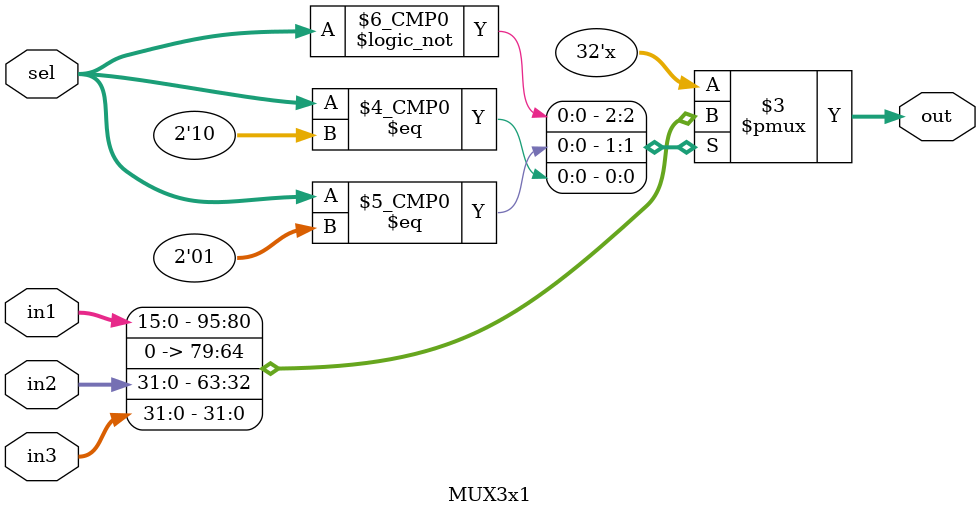
<source format=v>
module MUX3x1 (in1,in2,in3,sel,out);

	input [15:0] in1;
	input [31:0] in2,in3;
	input [1:0] sel;
	output reg [31:0] out;

	always@(*)begin
		case (sel)
			2'b00: out = {in1,16'b0};
			2'b01: out = in2;
			2'b10: out = in3;
			default: out = 32'bx;
		endcase
	end

endmodule
</source>
